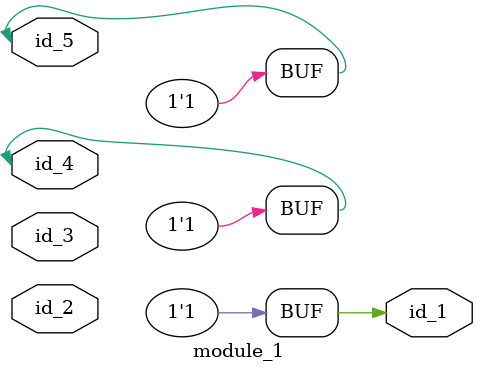
<source format=v>
`define pp_7 0
`resetall
module module_0 (
    id_1,
    id_2,
    id_3,
    id_4,
    id_5,
    id_6,
    id_7
);
  inout id_7;
  input id_6;
  input id_5;
  output id_4;
  output id_3;
  output id_2;
  output id_1;
  assign id_3 = 1;
endmodule
module module_1 (
    id_1,
    id_2,
    id_3,
    id_4,
    id_5
);
  inout id_5;
  inout id_4;
  input id_3;
  inout id_2;
  output id_1;
  assign id_4 = 1;
  assign id_1 = (1);
  assign id_5 = id_4;
endmodule

</source>
